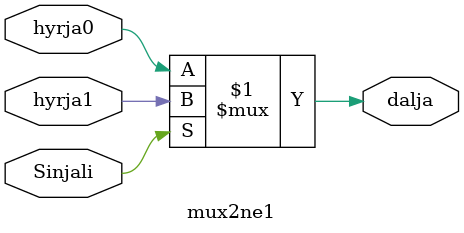
<source format=v>
`timescale 1ns / 1ps


module mux2ne1(
    input hyrja0,hyrja1,Sinjali,
    output dalja
    );
    assign dalja=Sinjali ? hyrja1 : hyrja0;
endmodule
</source>
